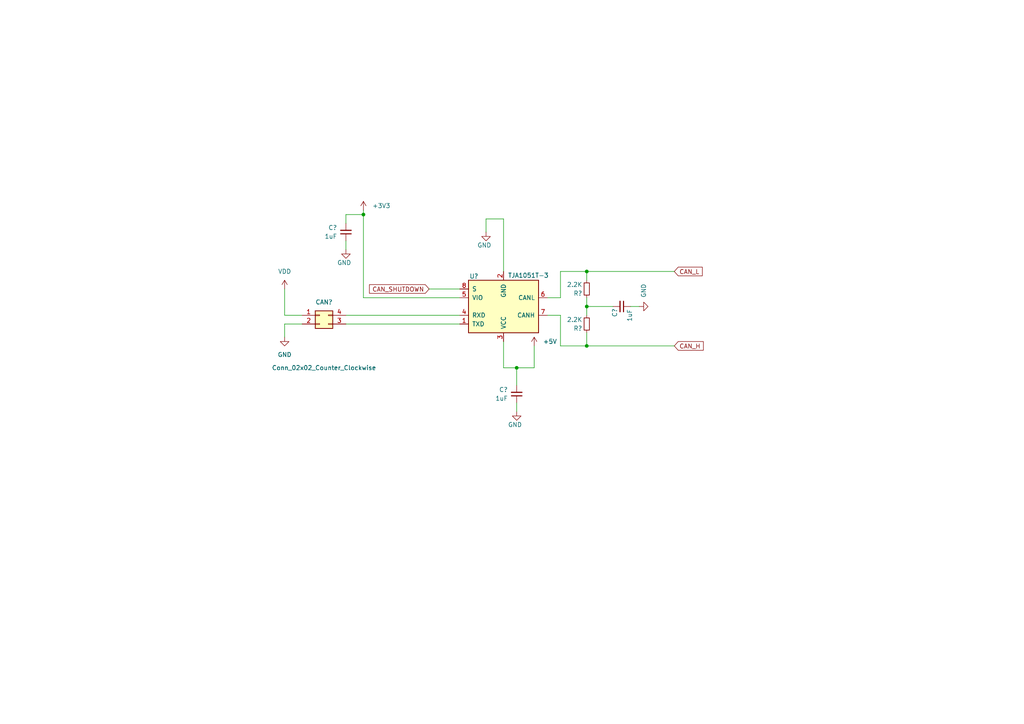
<source format=kicad_sch>
(kicad_sch (version 20211123) (generator eeschema)
  (paper "A4")
  (lib_symbols
    (symbol "Connector_Generic:Conn_02x02_Counter_Clockwise" (pin_names (offset 1.016) hide)
      (property "Reference" "J" (at 1.27 2.54 0))
      (property "Value" "Conn_02x02_Counter_Clockwise" (at 1.27 -5.08 0))
      (symbol "Conn_02x02_Counter_Clockwise_1_1"
        (rectangle (start -1.27 -2.413) (end 0 -2.667) (stroke (width 0.1524)))
        (rectangle (start -1.27 0.127) (end 0 -0.127) (stroke (width 0.1524)))
        (rectangle (start -1.27 1.27) (end 3.81 -3.81) (stroke (width 0.254)) (fill (type background)))
        (rectangle (start 3.81 -2.413) (end 2.54 -2.667) (stroke (width 0.1524)))
        (rectangle (start 3.81 0.127) (end 2.54 -0.127) (stroke (width 0.1524)))
        (pin passive line (at -5.08 0 0) (length 3.81) (name "Pin_1") (number "1"))
        (pin passive line (at -5.08 -2.54 0) (length 3.81) (name "Pin_2") (number "2"))
        (pin passive line (at 7.62 -2.54 180) (length 3.81) (name "Pin_3") (number "3"))
        (pin passive line (at 7.62 0 180) (length 3.81) (name "Pin_4") (number "4"))
      )
    )
    (symbol "Device:C_Small" (pin_numbers hide) (pin_names (offset 0.254) hide)
      (property "Reference" "C" (at 0.254 1.778 0))
      (property "Value" "C_Small" (at 0.254 -2.032 0))
      (symbol "C_Small_0_1"
        (polyline (pts (xy -1.524 -0.508) (xy 1.524 -0.508)) (stroke (width 0.3302)))
        (polyline (pts (xy -1.524 0.508) (xy 1.524 0.508)) (stroke (width 0.3048)))
      )
      (symbol "C_Small_1_1"
        (pin passive line (at 0 2.54 270) (length 2.032) (name "~") (number "1"))
        (pin passive line (at 0 -2.54 90) (length 2.032) (name "~") (number "2"))
      )
    )
    (symbol "Device:R_Small" (pin_numbers hide) (pin_names (offset 0.254) hide)
      (property "Reference" "R" (at 0.762 0.508 0))
      (property "Value" "R_Small" (at 0.762 -1.016 0))
      (symbol "R_Small_0_1"
        (rectangle (start -0.762 1.778) (end 0.762 -1.778) (stroke (width 0.2032)))
      )
      (symbol "R_Small_1_1"
        (pin passive line (at 0 2.54 270) (length 0.762) (name "~") (number "1"))
        (pin passive line (at 0 -2.54 90) (length 0.762) (name "~") (number "2"))
      )
    )
    (symbol "Interface_CAN_LIN:TJA1051T-3" (pin_names (offset 1.016))
      (property "Reference" "U" (at -10.16 8.89 0))
      (property "Value" "TJA1051T-3" (at 1.27 8.89 0))
      (symbol "TJA1051T-3_0_1"
        (rectangle (start -10.16 7.62) (end 10.16 -7.62) (stroke (width 0.254)) (fill (type background)))
      )
      (symbol "TJA1051T-3_1_1"
        (pin input line (at -12.7 5.08 0) (length 2.54) (name "TXD") (number "1"))
        (pin power_in line (at 0 -10.16 90) (length 2.54) (name "GND") (number "2"))
        (pin power_in line (at 0 10.16 270) (length 2.54) (name "VCC") (number "3"))
        (pin output line (at -12.7 2.54 0) (length 2.54) (name "RXD") (number "4"))
        (pin power_in line (at -12.7 -2.54 0) (length 2.54) (name "VIO") (number "5"))
        (pin bidirectional line (at 12.7 -2.54 180) (length 2.54) (name "CANL") (number "6"))
        (pin bidirectional line (at 12.7 2.54 180) (length 2.54) (name "CANH") (number "7"))
        (pin input line (at -12.7 -5.08 0) (length 2.54) (name "S") (number "8"))
      )
    )
    (symbol "power:+3V3" (power) (pin_names (offset 0))
      (property "Value" "+3V3" (at 0 3.556 0))
      (symbol "+3V3_0_1"
        (polyline (pts (xy -0.762 1.27) (xy 0 2.54)))
        (polyline (pts (xy 0 0) (xy 0 2.54)))
        (polyline (pts (xy 0 2.54) (xy 0.762 1.27)))
      )
      (symbol "+3V3_1_1"
        (pin power_in line (at 0 0 90) (length 0) hide (name "+3V3") (number "1"))
      )
    )
    (symbol "power:+5V" (power) (pin_names (offset 0))
      (property "Value" "+5V" (at 0 3.556 0))
      (symbol "+5V_0_1"
        (polyline (pts (xy -0.762 1.27) (xy 0 2.54)))
        (polyline (pts (xy 0 0) (xy 0 2.54)))
        (polyline (pts (xy 0 2.54) (xy 0.762 1.27)))
      )
      (symbol "+5V_1_1"
        (pin power_in line (at 0 0 90) (length 0) hide (name "+5V") (number "1"))
      )
    )
    (symbol "power:GND" (power) (pin_names (offset 0))
      (property "Value" "GND" (at 0 -3.81 0))
      (symbol "GND_0_1"
        (polyline (pts (xy 0 0) (xy 0 -1.27) (xy 1.27 -1.27) (xy 0 -2.54) (xy -1.27 -1.27) (xy 0 -1.27)))
      )
      (symbol "GND_1_1"
        (pin power_in line (at 0 0 270) (length 0) hide (name "GND") (number "1"))
      )
    )
    (symbol "power:VDD" (power) (pin_names (offset 0))
      (property "Value" "VDD" (at 0 3.81 0))
      (symbol "VDD_0_1"
        (polyline (pts (xy -0.762 1.27) (xy 0 2.54)))
        (polyline (pts (xy 0 0) (xy 0 2.54)))
        (polyline (pts (xy 0 2.54) (xy 0.762 1.27)))
      )
      (symbol "VDD_1_1"
        (pin power_in line (at 0 0 90) (length 0) hide (name "VDD") (number "1"))
      )
    )
  )
  (junction (at 149.86 106.68))
  (junction (at 170.18 88.9))
  (junction (at 170.18 100.33))
  (junction (at 170.18 78.74))
  (junction (at 105.41 62.23))
  (wire (pts (xy 162.56 100.33) (xy 170.18 100.33)))
  (wire (pts (xy 100.33 64.77) (xy 100.33 62.23)))
  (wire (pts (xy 170.18 100.33) (xy 195.58 100.33)))
  (wire (pts (xy 140.97 63.5) (xy 140.97 67.31)))
  (wire (pts (xy 170.18 100.33) (xy 170.18 96.52)))
  (wire (pts (xy 100.33 62.23) (xy 105.41 62.23)))
  (wire (pts (xy 170.18 78.74) (xy 195.58 78.74)))
  (wire (pts (xy 154.94 106.68) (xy 149.86 106.68)))
  (wire (pts (xy 82.55 91.44) (xy 82.55 83.82)))
  (wire (pts (xy 149.86 116.84) (xy 149.86 119.38)))
  (wire (pts (xy 100.33 69.85) (xy 100.33 72.39)))
  (wire (pts (xy 105.41 86.36) (xy 105.41 62.23)))
  (wire (pts (xy 149.86 106.68) (xy 146.05 106.68)))
  (wire (pts (xy 182.88 88.9) (xy 185.42 88.9)))
  (wire (pts (xy 146.05 106.68) (xy 146.05 99.06)))
  (wire (pts (xy 87.63 93.98) (xy 82.55 93.98)))
  (wire (pts (xy 162.56 91.44) (xy 162.56 100.33)))
  (wire (pts (xy 170.18 86.36) (xy 170.18 88.9)))
  (wire (pts (xy 82.55 93.98) (xy 82.55 97.79)))
  (wire (pts (xy 100.33 93.98) (xy 133.35 93.98)))
  (wire (pts (xy 170.18 88.9) (xy 177.8 88.9)))
  (wire (pts (xy 100.33 91.44) (xy 133.35 91.44)))
  (wire (pts (xy 162.56 78.74) (xy 170.18 78.74)))
  (wire (pts (xy 158.75 86.36) (xy 162.56 86.36)))
  (wire (pts (xy 133.35 86.36) (xy 105.41 86.36)))
  (wire (pts (xy 87.63 91.44) (xy 82.55 91.44)))
  (wire (pts (xy 146.05 78.74) (xy 146.05 63.5)))
  (wire (pts (xy 170.18 78.74) (xy 170.18 81.28)))
  (wire (pts (xy 158.75 91.44) (xy 162.56 91.44)))
  (wire (pts (xy 154.94 100.33) (xy 154.94 106.68)))
  (wire (pts (xy 162.56 86.36) (xy 162.56 78.74)))
  (wire (pts (xy 105.41 62.23) (xy 105.41 60.96)))
  (wire (pts (xy 124.46 83.82) (xy 133.35 83.82)))
  (wire (pts (xy 149.86 106.68) (xy 149.86 111.76)))
  (wire (pts (xy 170.18 88.9) (xy 170.18 91.44)))
  (wire (pts (xy 146.05 63.5) (xy 140.97 63.5)))
  (global_label "CAN_H" (shape input) (at 195.58 100.33 0) (property "Intersheet References" "${INTERSHEET_REFS}" (effects hide)))
  (global_label "CAN_SHUTDOWN" (shape input) (at 124.46 83.82 180) (property "Intersheet References" "${INTERSHEET_REFS}" (effects hide)))
  (global_label "CAN_L" (shape input) (at 195.58 78.74 0) (property "Intersheet References" "${INTERSHEET_REFS}" (effects hide)))
  (symbol (lib_id "Device:R_Small") (at 170.18 93.98 0) (unit 1)
    (property "Reference" "R?" (at 168.91 95.25 0) (effects (justify right)))
    (property "Value" "2.2K" (at 168.91 92.71 0) (effects (justify right)))
    (property "Footprint" "Resistor_SMD:R_0402_1005Metric_Pad0.72x0.64mm_HandSolder" (effects hide))
  )
  (symbol (lib_id "power:VDD") (at 82.55 83.82 0) (unit 1)
    (property "Reference" "#PWR?" (effects hide))
    (property "Value" "VDD" (at 82.55 78.74 0))
  )
  (symbol (lib_id "power:GND") (at 100.33 72.39 0) (mirror y) (unit 1)
    (property "Reference" "#PWR?" (effects hide))
    (property "Value" "GND" (at 97.79 76.2 0) (effects (justify right)))
  )
  (symbol (lib_id "Device:R_Small") (at 170.18 83.82 0) (unit 1)
    (property "Reference" "R?" (at 168.91 85.09 0) (effects (justify right)))
    (property "Value" "2.2K" (at 168.91 82.55 0) (effects (justify right)))
    (property "Footprint" "Resistor_SMD:R_0402_1005Metric_Pad0.72x0.64mm_HandSolder" (effects hide))
  )
  (symbol (lib_id "power:GND") (at 82.55 97.79 0) (unit 1)
    (property "Reference" "#PWR?" (effects hide))
    (property "Value" "GND" (at 82.55 102.87 0))
  )
  (symbol (lib_id "Interface_CAN_LIN:TJA1051T-3") (at 146.05 88.9 0) (mirror x) (unit 1)
    (property "Reference" "U?" (at 136.144 80.137 0) (effects (justify left)))
    (property "Value" "TJA1051T-3" (at 147.32 79.883 0) (effects (justify left)))
    (property "Footprint" "Package_SO:SOIC-8_3.9x4.9mm_P1.27mm" (effects hide))
    (property "Datasheet" "http://www.nxp.com/documents/data_sheet/TJA1051.pdf" (effects hide))
  )
  (symbol (lib_id "Device:C_Small") (at 100.33 67.31 0) (mirror x) (unit 1)
    (property "Reference" "C?" (at 97.79 66.0335 0) (effects (justify right)))
    (property "Value" "1uF" (at 97.79 68.5735 0) (effects (justify right)))
    (property "Footprint" "Capacitor_SMD:C_0402_1005Metric_Pad0.74x0.62mm_HandSolder" (effects hide))
  )
  (symbol (lib_id "Connector_Generic:Conn_02x02_Counter_Clockwise") (at 92.71 91.44 0) (unit 1)
    (property "Reference" "CAN?" (at 93.98 87.63 0))
    (property "Value" "Conn_02x02_Counter_Clockwise" (at 93.98 106.68 0))
  )
  (symbol (lib_id "power:+5V") (at 154.94 100.33 0) (mirror y) (unit 1)
    (property "Reference" "#PWR?" (effects hide))
    (property "Value" "+5V" (at 157.48 99.0599 0) (effects (justify right)))
  )
  (symbol (lib_id "power:+3V3") (at 105.41 60.96 0) (mirror y) (unit 1)
    (property "Reference" "#PWR?" (effects hide))
    (property "Value" "+3V3" (at 107.95 59.6899 0) (effects (justify right)))
  )
  (symbol (lib_id "power:GND") (at 149.86 119.38 0) (mirror y) (unit 1)
    (property "Reference" "#PWR?" (effects hide))
    (property "Value" "GND" (at 147.32 123.19 0) (effects (justify right)))
  )
  (symbol (lib_id "Device:C_Small") (at 180.34 88.9 270) (mirror x) (unit 1)
    (property "Reference" "C?" (at 178.308 89.408 0) (effects (justify right)))
    (property "Value" "1uF" (at 182.626 89.662 0) (effects (justify right)))
    (property "Footprint" "Capacitor_SMD:C_0402_1005Metric_Pad0.74x0.62mm_HandSolder" (effects hide))
  )
  (symbol (lib_id "Device:C_Small") (at 149.86 114.3 0) (mirror x) (unit 1)
    (property "Reference" "C?" (at 147.32 113.0235 0) (effects (justify right)))
    (property "Value" "1uF" (at 147.32 115.5635 0) (effects (justify right)))
    (property "Footprint" "Capacitor_SMD:C_0402_1005Metric_Pad0.74x0.62mm_HandSolder" (effects hide))
  )
  (symbol (lib_id "power:GND") (at 185.42 88.9 90) (mirror x) (unit 1)
    (property "Reference" "#PWR?" (effects hide))
    (property "Value" "GND" (at 186.6899 86.36 0) (effects (justify right)))
  )
  (symbol (lib_id "power:GND") (at 140.97 67.31 0) (mirror y) (unit 1)
    (property "Reference" "#PWR?" (effects hide))
    (property "Value" "GND" (at 138.43 71.12 0) (effects (justify right)))
  )
)
</source>
